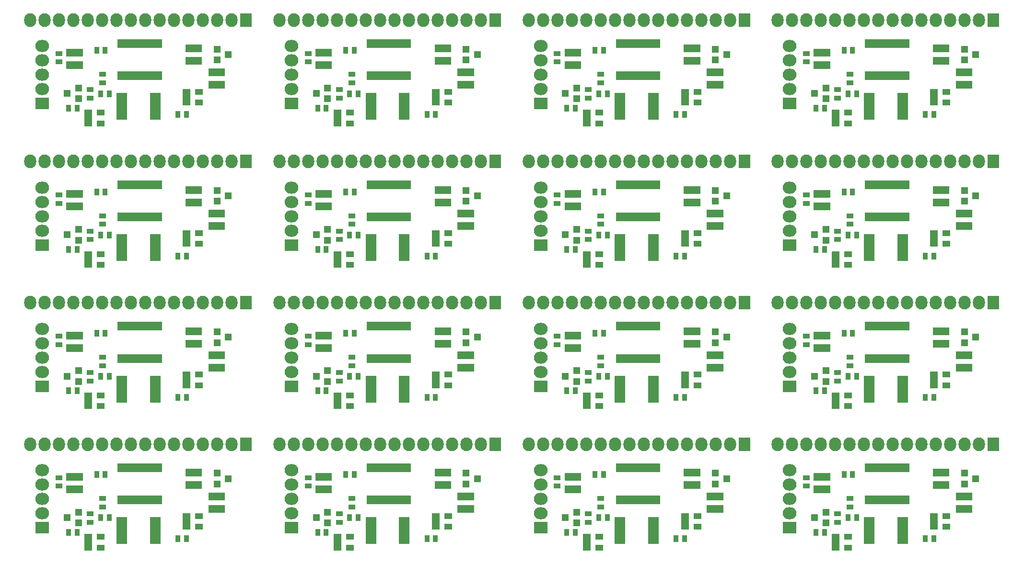
<source format=gbr>
G04 #@! TF.FileFunction,Soldermask,Top*
%FSLAX46Y46*%
G04 Gerber Fmt 4.6, Leading zero omitted, Abs format (unit mm)*
G04 Created by KiCad (PCBNEW (2015-11-29 BZR 6336, Git 7b0d981)-product) date czw, 10 gru 2015, 08:29:52*
%MOMM*%
G01*
G04 APERTURE LIST*
%ADD10C,0.100000*%
%ADD11R,2.127200X2.432000*%
%ADD12O,2.127200X2.432000*%
%ADD13R,1.200100X1.200100*%
%ADD14R,1.460000X1.050000*%
%ADD15R,1.050000X1.460000*%
%ADD16R,0.900000X1.300000*%
%ADD17R,0.800000X1.500000*%
%ADD18R,1.300000X0.900000*%
%ADD19R,1.850000X0.850000*%
%ADD20R,2.432000X2.127200*%
%ADD21O,2.432000X2.127200*%
G04 APERTURE END LIST*
D10*
D11*
X209507274Y-115324762D03*
D12*
X206967274Y-115324762D03*
X204427274Y-115324762D03*
X201887274Y-115324762D03*
X199347274Y-115324762D03*
X196807274Y-115324762D03*
X194267274Y-115324762D03*
X191727274Y-115324762D03*
X189187274Y-115324762D03*
X186647274Y-115324762D03*
X184107274Y-115324762D03*
X181567274Y-115324762D03*
X179027274Y-115324762D03*
X176487274Y-115324762D03*
X173947274Y-115324762D03*
X171407274Y-115324762D03*
D11*
X165507274Y-115324762D03*
D12*
X162967274Y-115324762D03*
X160427274Y-115324762D03*
X157887274Y-115324762D03*
X155347274Y-115324762D03*
X152807274Y-115324762D03*
X150267274Y-115324762D03*
X147727274Y-115324762D03*
X145187274Y-115324762D03*
X142647274Y-115324762D03*
X140107274Y-115324762D03*
X137567274Y-115324762D03*
X135027274Y-115324762D03*
X132487274Y-115324762D03*
X129947274Y-115324762D03*
X127407274Y-115324762D03*
D11*
X121507274Y-115324762D03*
D12*
X118967274Y-115324762D03*
X116427274Y-115324762D03*
X113887274Y-115324762D03*
X111347274Y-115324762D03*
X108807274Y-115324762D03*
X106267274Y-115324762D03*
X103727274Y-115324762D03*
X101187274Y-115324762D03*
X98647274Y-115324762D03*
X96107274Y-115324762D03*
X93567274Y-115324762D03*
X91027274Y-115324762D03*
X88487274Y-115324762D03*
X85947274Y-115324762D03*
X83407274Y-115324762D03*
D11*
X77507274Y-115324762D03*
D12*
X74967274Y-115324762D03*
X72427274Y-115324762D03*
X69887274Y-115324762D03*
X67347274Y-115324762D03*
X64807274Y-115324762D03*
X62267274Y-115324762D03*
X59727274Y-115324762D03*
X57187274Y-115324762D03*
X54647274Y-115324762D03*
X52107274Y-115324762D03*
X49567274Y-115324762D03*
X47027274Y-115324762D03*
X44487274Y-115324762D03*
X41947274Y-115324762D03*
X39407274Y-115324762D03*
D11*
X209507274Y-90324762D03*
D12*
X206967274Y-90324762D03*
X204427274Y-90324762D03*
X201887274Y-90324762D03*
X199347274Y-90324762D03*
X196807274Y-90324762D03*
X194267274Y-90324762D03*
X191727274Y-90324762D03*
X189187274Y-90324762D03*
X186647274Y-90324762D03*
X184107274Y-90324762D03*
X181567274Y-90324762D03*
X179027274Y-90324762D03*
X176487274Y-90324762D03*
X173947274Y-90324762D03*
X171407274Y-90324762D03*
D11*
X165507274Y-90324762D03*
D12*
X162967274Y-90324762D03*
X160427274Y-90324762D03*
X157887274Y-90324762D03*
X155347274Y-90324762D03*
X152807274Y-90324762D03*
X150267274Y-90324762D03*
X147727274Y-90324762D03*
X145187274Y-90324762D03*
X142647274Y-90324762D03*
X140107274Y-90324762D03*
X137567274Y-90324762D03*
X135027274Y-90324762D03*
X132487274Y-90324762D03*
X129947274Y-90324762D03*
X127407274Y-90324762D03*
D11*
X121507274Y-90324762D03*
D12*
X118967274Y-90324762D03*
X116427274Y-90324762D03*
X113887274Y-90324762D03*
X111347274Y-90324762D03*
X108807274Y-90324762D03*
X106267274Y-90324762D03*
X103727274Y-90324762D03*
X101187274Y-90324762D03*
X98647274Y-90324762D03*
X96107274Y-90324762D03*
X93567274Y-90324762D03*
X91027274Y-90324762D03*
X88487274Y-90324762D03*
X85947274Y-90324762D03*
X83407274Y-90324762D03*
D11*
X77507274Y-90324762D03*
D12*
X74967274Y-90324762D03*
X72427274Y-90324762D03*
X69887274Y-90324762D03*
X67347274Y-90324762D03*
X64807274Y-90324762D03*
X62267274Y-90324762D03*
X59727274Y-90324762D03*
X57187274Y-90324762D03*
X54647274Y-90324762D03*
X52107274Y-90324762D03*
X49567274Y-90324762D03*
X47027274Y-90324762D03*
X44487274Y-90324762D03*
X41947274Y-90324762D03*
X39407274Y-90324762D03*
D11*
X209507274Y-65324762D03*
D12*
X206967274Y-65324762D03*
X204427274Y-65324762D03*
X201887274Y-65324762D03*
X199347274Y-65324762D03*
X196807274Y-65324762D03*
X194267274Y-65324762D03*
X191727274Y-65324762D03*
X189187274Y-65324762D03*
X186647274Y-65324762D03*
X184107274Y-65324762D03*
X181567274Y-65324762D03*
X179027274Y-65324762D03*
X176487274Y-65324762D03*
X173947274Y-65324762D03*
X171407274Y-65324762D03*
D11*
X165507274Y-65324762D03*
D12*
X162967274Y-65324762D03*
X160427274Y-65324762D03*
X157887274Y-65324762D03*
X155347274Y-65324762D03*
X152807274Y-65324762D03*
X150267274Y-65324762D03*
X147727274Y-65324762D03*
X145187274Y-65324762D03*
X142647274Y-65324762D03*
X140107274Y-65324762D03*
X137567274Y-65324762D03*
X135027274Y-65324762D03*
X132487274Y-65324762D03*
X129947274Y-65324762D03*
X127407274Y-65324762D03*
D11*
X121507274Y-65324762D03*
D12*
X118967274Y-65324762D03*
X116427274Y-65324762D03*
X113887274Y-65324762D03*
X111347274Y-65324762D03*
X108807274Y-65324762D03*
X106267274Y-65324762D03*
X103727274Y-65324762D03*
X101187274Y-65324762D03*
X98647274Y-65324762D03*
X96107274Y-65324762D03*
X93567274Y-65324762D03*
X91027274Y-65324762D03*
X88487274Y-65324762D03*
X85947274Y-65324762D03*
X83407274Y-65324762D03*
D11*
X77507274Y-65324762D03*
D12*
X74967274Y-65324762D03*
X72427274Y-65324762D03*
X69887274Y-65324762D03*
X67347274Y-65324762D03*
X64807274Y-65324762D03*
X62267274Y-65324762D03*
X59727274Y-65324762D03*
X57187274Y-65324762D03*
X54647274Y-65324762D03*
X52107274Y-65324762D03*
X49567274Y-65324762D03*
X47027274Y-65324762D03*
X44487274Y-65324762D03*
X41947274Y-65324762D03*
X39407274Y-65324762D03*
D11*
X209507274Y-40324762D03*
D12*
X206967274Y-40324762D03*
X204427274Y-40324762D03*
X201887274Y-40324762D03*
X199347274Y-40324762D03*
X196807274Y-40324762D03*
X194267274Y-40324762D03*
X191727274Y-40324762D03*
X189187274Y-40324762D03*
X186647274Y-40324762D03*
X184107274Y-40324762D03*
X181567274Y-40324762D03*
X179027274Y-40324762D03*
X176487274Y-40324762D03*
X173947274Y-40324762D03*
X171407274Y-40324762D03*
D11*
X165507274Y-40324762D03*
D12*
X162967274Y-40324762D03*
X160427274Y-40324762D03*
X157887274Y-40324762D03*
X155347274Y-40324762D03*
X152807274Y-40324762D03*
X150267274Y-40324762D03*
X147727274Y-40324762D03*
X145187274Y-40324762D03*
X142647274Y-40324762D03*
X140107274Y-40324762D03*
X137567274Y-40324762D03*
X135027274Y-40324762D03*
X132487274Y-40324762D03*
X129947274Y-40324762D03*
X127407274Y-40324762D03*
D11*
X121507274Y-40324762D03*
D12*
X118967274Y-40324762D03*
X116427274Y-40324762D03*
X113887274Y-40324762D03*
X111347274Y-40324762D03*
X108807274Y-40324762D03*
X106267274Y-40324762D03*
X103727274Y-40324762D03*
X101187274Y-40324762D03*
X98647274Y-40324762D03*
X96107274Y-40324762D03*
X93567274Y-40324762D03*
X91027274Y-40324762D03*
X88487274Y-40324762D03*
X85947274Y-40324762D03*
X83407274Y-40324762D03*
D13*
X204356514Y-120474762D03*
X204356514Y-122374762D03*
X206355494Y-121424762D03*
X160356514Y-120474762D03*
X160356514Y-122374762D03*
X162355494Y-121424762D03*
X116356514Y-120474762D03*
X116356514Y-122374762D03*
X118355494Y-121424762D03*
X72356514Y-120474762D03*
X72356514Y-122374762D03*
X74355494Y-121424762D03*
X204356514Y-95474762D03*
X204356514Y-97374762D03*
X206355494Y-96424762D03*
X160356514Y-95474762D03*
X160356514Y-97374762D03*
X162355494Y-96424762D03*
X116356514Y-95474762D03*
X116356514Y-97374762D03*
X118355494Y-96424762D03*
X72356514Y-95474762D03*
X72356514Y-97374762D03*
X74355494Y-96424762D03*
X204356514Y-70474762D03*
X204356514Y-72374762D03*
X206355494Y-71424762D03*
X160356514Y-70474762D03*
X160356514Y-72374762D03*
X162355494Y-71424762D03*
X116356514Y-70474762D03*
X116356514Y-72374762D03*
X118355494Y-71424762D03*
X72356514Y-70474762D03*
X72356514Y-72374762D03*
X74355494Y-71424762D03*
X204356514Y-45474762D03*
X204356514Y-47374762D03*
X206355494Y-46424762D03*
X160356514Y-45474762D03*
X160356514Y-47374762D03*
X162355494Y-46424762D03*
X116356514Y-45474762D03*
X116356514Y-47374762D03*
X118355494Y-46424762D03*
D14*
X199007274Y-128024762D03*
X199007274Y-128974762D03*
X199007274Y-129924762D03*
X201207274Y-129924762D03*
X201207274Y-128024762D03*
X155007274Y-128024762D03*
X155007274Y-128974762D03*
X155007274Y-129924762D03*
X157207274Y-129924762D03*
X157207274Y-128024762D03*
X111007274Y-128024762D03*
X111007274Y-128974762D03*
X111007274Y-129924762D03*
X113207274Y-129924762D03*
X113207274Y-128024762D03*
X67007274Y-128024762D03*
X67007274Y-128974762D03*
X67007274Y-129924762D03*
X69207274Y-129924762D03*
X69207274Y-128024762D03*
X199007274Y-103024762D03*
X199007274Y-103974762D03*
X199007274Y-104924762D03*
X201207274Y-104924762D03*
X201207274Y-103024762D03*
X155007274Y-103024762D03*
X155007274Y-103974762D03*
X155007274Y-104924762D03*
X157207274Y-104924762D03*
X157207274Y-103024762D03*
X111007274Y-103024762D03*
X111007274Y-103974762D03*
X111007274Y-104924762D03*
X113207274Y-104924762D03*
X113207274Y-103024762D03*
X67007274Y-103024762D03*
X67007274Y-103974762D03*
X67007274Y-104924762D03*
X69207274Y-104924762D03*
X69207274Y-103024762D03*
X199007274Y-78024762D03*
X199007274Y-78974762D03*
X199007274Y-79924762D03*
X201207274Y-79924762D03*
X201207274Y-78024762D03*
X155007274Y-78024762D03*
X155007274Y-78974762D03*
X155007274Y-79924762D03*
X157207274Y-79924762D03*
X157207274Y-78024762D03*
X111007274Y-78024762D03*
X111007274Y-78974762D03*
X111007274Y-79924762D03*
X113207274Y-79924762D03*
X113207274Y-78024762D03*
X67007274Y-78024762D03*
X67007274Y-78974762D03*
X67007274Y-79924762D03*
X69207274Y-79924762D03*
X69207274Y-78024762D03*
X199007274Y-53024762D03*
X199007274Y-53974762D03*
X199007274Y-54924762D03*
X201207274Y-54924762D03*
X201207274Y-53024762D03*
X155007274Y-53024762D03*
X155007274Y-53974762D03*
X155007274Y-54924762D03*
X157207274Y-54924762D03*
X157207274Y-53024762D03*
X111007274Y-53024762D03*
X111007274Y-53974762D03*
X111007274Y-54924762D03*
X113207274Y-54924762D03*
X113207274Y-53024762D03*
D15*
X199307274Y-122574762D03*
X200257274Y-122574762D03*
X201207274Y-122574762D03*
X201207274Y-120374762D03*
X199307274Y-120374762D03*
X200257274Y-120374762D03*
X155307274Y-122574762D03*
X156257274Y-122574762D03*
X157207274Y-122574762D03*
X157207274Y-120374762D03*
X155307274Y-120374762D03*
X156257274Y-120374762D03*
X111307274Y-122574762D03*
X112257274Y-122574762D03*
X113207274Y-122574762D03*
X113207274Y-120374762D03*
X111307274Y-120374762D03*
X112257274Y-120374762D03*
X67307274Y-122574762D03*
X68257274Y-122574762D03*
X69207274Y-122574762D03*
X69207274Y-120374762D03*
X67307274Y-120374762D03*
X68257274Y-120374762D03*
X199307274Y-97574762D03*
X200257274Y-97574762D03*
X201207274Y-97574762D03*
X201207274Y-95374762D03*
X199307274Y-95374762D03*
X200257274Y-95374762D03*
X155307274Y-97574762D03*
X156257274Y-97574762D03*
X157207274Y-97574762D03*
X157207274Y-95374762D03*
X155307274Y-95374762D03*
X156257274Y-95374762D03*
X111307274Y-97574762D03*
X112257274Y-97574762D03*
X113207274Y-97574762D03*
X113207274Y-95374762D03*
X111307274Y-95374762D03*
X112257274Y-95374762D03*
X67307274Y-97574762D03*
X68257274Y-97574762D03*
X69207274Y-97574762D03*
X69207274Y-95374762D03*
X67307274Y-95374762D03*
X68257274Y-95374762D03*
X199307274Y-72574762D03*
X200257274Y-72574762D03*
X201207274Y-72574762D03*
X201207274Y-70374762D03*
X199307274Y-70374762D03*
X200257274Y-70374762D03*
X155307274Y-72574762D03*
X156257274Y-72574762D03*
X157207274Y-72574762D03*
X157207274Y-70374762D03*
X155307274Y-70374762D03*
X156257274Y-70374762D03*
X111307274Y-72574762D03*
X112257274Y-72574762D03*
X113207274Y-72574762D03*
X113207274Y-70374762D03*
X111307274Y-70374762D03*
X112257274Y-70374762D03*
X67307274Y-72574762D03*
X68257274Y-72574762D03*
X69207274Y-72574762D03*
X69207274Y-70374762D03*
X67307274Y-70374762D03*
X68257274Y-70374762D03*
X199307274Y-47574762D03*
X200257274Y-47574762D03*
X201207274Y-47574762D03*
X201207274Y-45374762D03*
X199307274Y-45374762D03*
X200257274Y-45374762D03*
X155307274Y-47574762D03*
X156257274Y-47574762D03*
X157207274Y-47574762D03*
X157207274Y-45374762D03*
X155307274Y-45374762D03*
X156257274Y-45374762D03*
X111307274Y-47574762D03*
X112257274Y-47574762D03*
X113207274Y-47574762D03*
X113207274Y-45374762D03*
X111307274Y-45374762D03*
X112257274Y-45374762D03*
X205257274Y-124574762D03*
X204307274Y-124574762D03*
X203357274Y-124574762D03*
X203357274Y-126774762D03*
X205257274Y-126774762D03*
X204307274Y-126774762D03*
X161257274Y-124574762D03*
X160307274Y-124574762D03*
X159357274Y-124574762D03*
X159357274Y-126774762D03*
X161257274Y-126774762D03*
X160307274Y-126774762D03*
X117257274Y-124574762D03*
X116307274Y-124574762D03*
X115357274Y-124574762D03*
X115357274Y-126774762D03*
X117257274Y-126774762D03*
X116307274Y-126774762D03*
X73257274Y-124574762D03*
X72307274Y-124574762D03*
X71357274Y-124574762D03*
X71357274Y-126774762D03*
X73257274Y-126774762D03*
X72307274Y-126774762D03*
X205257274Y-99574762D03*
X204307274Y-99574762D03*
X203357274Y-99574762D03*
X203357274Y-101774762D03*
X205257274Y-101774762D03*
X204307274Y-101774762D03*
X161257274Y-99574762D03*
X160307274Y-99574762D03*
X159357274Y-99574762D03*
X159357274Y-101774762D03*
X161257274Y-101774762D03*
X160307274Y-101774762D03*
X117257274Y-99574762D03*
X116307274Y-99574762D03*
X115357274Y-99574762D03*
X115357274Y-101774762D03*
X117257274Y-101774762D03*
X116307274Y-101774762D03*
X73257274Y-99574762D03*
X72307274Y-99574762D03*
X71357274Y-99574762D03*
X71357274Y-101774762D03*
X73257274Y-101774762D03*
X72307274Y-101774762D03*
X205257274Y-74574762D03*
X204307274Y-74574762D03*
X203357274Y-74574762D03*
X203357274Y-76774762D03*
X205257274Y-76774762D03*
X204307274Y-76774762D03*
X161257274Y-74574762D03*
X160307274Y-74574762D03*
X159357274Y-74574762D03*
X159357274Y-76774762D03*
X161257274Y-76774762D03*
X160307274Y-76774762D03*
X117257274Y-74574762D03*
X116307274Y-74574762D03*
X115357274Y-74574762D03*
X115357274Y-76774762D03*
X117257274Y-76774762D03*
X116307274Y-76774762D03*
X73257274Y-74574762D03*
X72307274Y-74574762D03*
X71357274Y-74574762D03*
X71357274Y-76774762D03*
X73257274Y-76774762D03*
X72307274Y-76774762D03*
X205257274Y-49574762D03*
X204307274Y-49574762D03*
X203357274Y-49574762D03*
X203357274Y-51774762D03*
X205257274Y-51774762D03*
X204307274Y-51774762D03*
X161257274Y-49574762D03*
X160307274Y-49574762D03*
X159357274Y-49574762D03*
X159357274Y-51774762D03*
X161257274Y-51774762D03*
X160307274Y-51774762D03*
X117257274Y-49574762D03*
X116307274Y-49574762D03*
X115357274Y-49574762D03*
X115357274Y-51774762D03*
X117257274Y-51774762D03*
X116307274Y-51774762D03*
D16*
X197449200Y-132049200D03*
X198949200Y-132049200D03*
X153449200Y-132049200D03*
X154949200Y-132049200D03*
X109449200Y-132049200D03*
X110949200Y-132049200D03*
X65449200Y-132049200D03*
X66949200Y-132049200D03*
X197449200Y-107049200D03*
X198949200Y-107049200D03*
X153449200Y-107049200D03*
X154949200Y-107049200D03*
X109449200Y-107049200D03*
X110949200Y-107049200D03*
X65449200Y-107049200D03*
X66949200Y-107049200D03*
X197449200Y-82049200D03*
X198949200Y-82049200D03*
X153449200Y-82049200D03*
X154949200Y-82049200D03*
X109449200Y-82049200D03*
X110949200Y-82049200D03*
X65449200Y-82049200D03*
X66949200Y-82049200D03*
X197449200Y-57049200D03*
X198949200Y-57049200D03*
X153449200Y-57049200D03*
X154949200Y-57049200D03*
X109449200Y-57049200D03*
X110949200Y-57049200D03*
D14*
X181649200Y-131724200D03*
X181649200Y-132674200D03*
X181649200Y-133624200D03*
X183849200Y-133624200D03*
X183849200Y-131724200D03*
X137649200Y-131724200D03*
X137649200Y-132674200D03*
X137649200Y-133624200D03*
X139849200Y-133624200D03*
X139849200Y-131724200D03*
X93649200Y-131724200D03*
X93649200Y-132674200D03*
X93649200Y-133624200D03*
X95849200Y-133624200D03*
X95849200Y-131724200D03*
X49649200Y-131724200D03*
X49649200Y-132674200D03*
X49649200Y-133624200D03*
X51849200Y-133624200D03*
X51849200Y-131724200D03*
X181649200Y-106724200D03*
X181649200Y-107674200D03*
X181649200Y-108624200D03*
X183849200Y-108624200D03*
X183849200Y-106724200D03*
X137649200Y-106724200D03*
X137649200Y-107674200D03*
X137649200Y-108624200D03*
X139849200Y-108624200D03*
X139849200Y-106724200D03*
X93649200Y-106724200D03*
X93649200Y-107674200D03*
X93649200Y-108624200D03*
X95849200Y-108624200D03*
X95849200Y-106724200D03*
X49649200Y-106724200D03*
X49649200Y-107674200D03*
X49649200Y-108624200D03*
X51849200Y-108624200D03*
X51849200Y-106724200D03*
X181649200Y-81724200D03*
X181649200Y-82674200D03*
X181649200Y-83624200D03*
X183849200Y-83624200D03*
X183849200Y-81724200D03*
X137649200Y-81724200D03*
X137649200Y-82674200D03*
X137649200Y-83624200D03*
X139849200Y-83624200D03*
X139849200Y-81724200D03*
X93649200Y-81724200D03*
X93649200Y-82674200D03*
X93649200Y-83624200D03*
X95849200Y-83624200D03*
X95849200Y-81724200D03*
X49649200Y-81724200D03*
X49649200Y-82674200D03*
X49649200Y-83624200D03*
X51849200Y-83624200D03*
X51849200Y-81724200D03*
X181649200Y-56724200D03*
X181649200Y-57674200D03*
X181649200Y-58624200D03*
X183849200Y-58624200D03*
X183849200Y-56724200D03*
X137649200Y-56724200D03*
X137649200Y-57674200D03*
X137649200Y-58624200D03*
X139849200Y-58624200D03*
X139849200Y-56724200D03*
X93649200Y-56724200D03*
X93649200Y-57674200D03*
X93649200Y-58624200D03*
X95849200Y-58624200D03*
X95849200Y-56724200D03*
D17*
X187132274Y-125174762D03*
X187782274Y-125174762D03*
X188432274Y-125174762D03*
X189082274Y-125174762D03*
X189732274Y-125174762D03*
X190382274Y-125174762D03*
X191032274Y-125174762D03*
X191682274Y-125174762D03*
X192332274Y-125174762D03*
X192982274Y-125174762D03*
X193632274Y-125174762D03*
X194282274Y-125174762D03*
X194282274Y-119474762D03*
X193632274Y-119474762D03*
X192982274Y-119474762D03*
X192332274Y-119474762D03*
X191682274Y-119474762D03*
X191032274Y-119474762D03*
X190382274Y-119474762D03*
X189732274Y-119474762D03*
X189082274Y-119474762D03*
X188432274Y-119474762D03*
X187782274Y-119474762D03*
X187132274Y-119474762D03*
X143132274Y-125174762D03*
X143782274Y-125174762D03*
X144432274Y-125174762D03*
X145082274Y-125174762D03*
X145732274Y-125174762D03*
X146382274Y-125174762D03*
X147032274Y-125174762D03*
X147682274Y-125174762D03*
X148332274Y-125174762D03*
X148982274Y-125174762D03*
X149632274Y-125174762D03*
X150282274Y-125174762D03*
X150282274Y-119474762D03*
X149632274Y-119474762D03*
X148982274Y-119474762D03*
X148332274Y-119474762D03*
X147682274Y-119474762D03*
X147032274Y-119474762D03*
X146382274Y-119474762D03*
X145732274Y-119474762D03*
X145082274Y-119474762D03*
X144432274Y-119474762D03*
X143782274Y-119474762D03*
X143132274Y-119474762D03*
X99132274Y-125174762D03*
X99782274Y-125174762D03*
X100432274Y-125174762D03*
X101082274Y-125174762D03*
X101732274Y-125174762D03*
X102382274Y-125174762D03*
X103032274Y-125174762D03*
X103682274Y-125174762D03*
X104332274Y-125174762D03*
X104982274Y-125174762D03*
X105632274Y-125174762D03*
X106282274Y-125174762D03*
X106282274Y-119474762D03*
X105632274Y-119474762D03*
X104982274Y-119474762D03*
X104332274Y-119474762D03*
X103682274Y-119474762D03*
X103032274Y-119474762D03*
X102382274Y-119474762D03*
X101732274Y-119474762D03*
X101082274Y-119474762D03*
X100432274Y-119474762D03*
X99782274Y-119474762D03*
X99132274Y-119474762D03*
X55132274Y-125174762D03*
X55782274Y-125174762D03*
X56432274Y-125174762D03*
X57082274Y-125174762D03*
X57732274Y-125174762D03*
X58382274Y-125174762D03*
X59032274Y-125174762D03*
X59682274Y-125174762D03*
X60332274Y-125174762D03*
X60982274Y-125174762D03*
X61632274Y-125174762D03*
X62282274Y-125174762D03*
X62282274Y-119474762D03*
X61632274Y-119474762D03*
X60982274Y-119474762D03*
X60332274Y-119474762D03*
X59682274Y-119474762D03*
X59032274Y-119474762D03*
X58382274Y-119474762D03*
X57732274Y-119474762D03*
X57082274Y-119474762D03*
X56432274Y-119474762D03*
X55782274Y-119474762D03*
X55132274Y-119474762D03*
X187132274Y-100174762D03*
X187782274Y-100174762D03*
X188432274Y-100174762D03*
X189082274Y-100174762D03*
X189732274Y-100174762D03*
X190382274Y-100174762D03*
X191032274Y-100174762D03*
X191682274Y-100174762D03*
X192332274Y-100174762D03*
X192982274Y-100174762D03*
X193632274Y-100174762D03*
X194282274Y-100174762D03*
X194282274Y-94474762D03*
X193632274Y-94474762D03*
X192982274Y-94474762D03*
X192332274Y-94474762D03*
X191682274Y-94474762D03*
X191032274Y-94474762D03*
X190382274Y-94474762D03*
X189732274Y-94474762D03*
X189082274Y-94474762D03*
X188432274Y-94474762D03*
X187782274Y-94474762D03*
X187132274Y-94474762D03*
X143132274Y-100174762D03*
X143782274Y-100174762D03*
X144432274Y-100174762D03*
X145082274Y-100174762D03*
X145732274Y-100174762D03*
X146382274Y-100174762D03*
X147032274Y-100174762D03*
X147682274Y-100174762D03*
X148332274Y-100174762D03*
X148982274Y-100174762D03*
X149632274Y-100174762D03*
X150282274Y-100174762D03*
X150282274Y-94474762D03*
X149632274Y-94474762D03*
X148982274Y-94474762D03*
X148332274Y-94474762D03*
X147682274Y-94474762D03*
X147032274Y-94474762D03*
X146382274Y-94474762D03*
X145732274Y-94474762D03*
X145082274Y-94474762D03*
X144432274Y-94474762D03*
X143782274Y-94474762D03*
X143132274Y-94474762D03*
X99132274Y-100174762D03*
X99782274Y-100174762D03*
X100432274Y-100174762D03*
X101082274Y-100174762D03*
X101732274Y-100174762D03*
X102382274Y-100174762D03*
X103032274Y-100174762D03*
X103682274Y-100174762D03*
X104332274Y-100174762D03*
X104982274Y-100174762D03*
X105632274Y-100174762D03*
X106282274Y-100174762D03*
X106282274Y-94474762D03*
X105632274Y-94474762D03*
X104982274Y-94474762D03*
X104332274Y-94474762D03*
X103682274Y-94474762D03*
X103032274Y-94474762D03*
X102382274Y-94474762D03*
X101732274Y-94474762D03*
X101082274Y-94474762D03*
X100432274Y-94474762D03*
X99782274Y-94474762D03*
X99132274Y-94474762D03*
X55132274Y-100174762D03*
X55782274Y-100174762D03*
X56432274Y-100174762D03*
X57082274Y-100174762D03*
X57732274Y-100174762D03*
X58382274Y-100174762D03*
X59032274Y-100174762D03*
X59682274Y-100174762D03*
X60332274Y-100174762D03*
X60982274Y-100174762D03*
X61632274Y-100174762D03*
X62282274Y-100174762D03*
X62282274Y-94474762D03*
X61632274Y-94474762D03*
X60982274Y-94474762D03*
X60332274Y-94474762D03*
X59682274Y-94474762D03*
X59032274Y-94474762D03*
X58382274Y-94474762D03*
X57732274Y-94474762D03*
X57082274Y-94474762D03*
X56432274Y-94474762D03*
X55782274Y-94474762D03*
X55132274Y-94474762D03*
X187132274Y-75174762D03*
X187782274Y-75174762D03*
X188432274Y-75174762D03*
X189082274Y-75174762D03*
X189732274Y-75174762D03*
X190382274Y-75174762D03*
X191032274Y-75174762D03*
X191682274Y-75174762D03*
X192332274Y-75174762D03*
X192982274Y-75174762D03*
X193632274Y-75174762D03*
X194282274Y-75174762D03*
X194282274Y-69474762D03*
X193632274Y-69474762D03*
X192982274Y-69474762D03*
X192332274Y-69474762D03*
X191682274Y-69474762D03*
X191032274Y-69474762D03*
X190382274Y-69474762D03*
X189732274Y-69474762D03*
X189082274Y-69474762D03*
X188432274Y-69474762D03*
X187782274Y-69474762D03*
X187132274Y-69474762D03*
X143132274Y-75174762D03*
X143782274Y-75174762D03*
X144432274Y-75174762D03*
X145082274Y-75174762D03*
X145732274Y-75174762D03*
X146382274Y-75174762D03*
X147032274Y-75174762D03*
X147682274Y-75174762D03*
X148332274Y-75174762D03*
X148982274Y-75174762D03*
X149632274Y-75174762D03*
X150282274Y-75174762D03*
X150282274Y-69474762D03*
X149632274Y-69474762D03*
X148982274Y-69474762D03*
X148332274Y-69474762D03*
X147682274Y-69474762D03*
X147032274Y-69474762D03*
X146382274Y-69474762D03*
X145732274Y-69474762D03*
X145082274Y-69474762D03*
X144432274Y-69474762D03*
X143782274Y-69474762D03*
X143132274Y-69474762D03*
X99132274Y-75174762D03*
X99782274Y-75174762D03*
X100432274Y-75174762D03*
X101082274Y-75174762D03*
X101732274Y-75174762D03*
X102382274Y-75174762D03*
X103032274Y-75174762D03*
X103682274Y-75174762D03*
X104332274Y-75174762D03*
X104982274Y-75174762D03*
X105632274Y-75174762D03*
X106282274Y-75174762D03*
X106282274Y-69474762D03*
X105632274Y-69474762D03*
X104982274Y-69474762D03*
X104332274Y-69474762D03*
X103682274Y-69474762D03*
X103032274Y-69474762D03*
X102382274Y-69474762D03*
X101732274Y-69474762D03*
X101082274Y-69474762D03*
X100432274Y-69474762D03*
X99782274Y-69474762D03*
X99132274Y-69474762D03*
X55132274Y-75174762D03*
X55782274Y-75174762D03*
X56432274Y-75174762D03*
X57082274Y-75174762D03*
X57732274Y-75174762D03*
X58382274Y-75174762D03*
X59032274Y-75174762D03*
X59682274Y-75174762D03*
X60332274Y-75174762D03*
X60982274Y-75174762D03*
X61632274Y-75174762D03*
X62282274Y-75174762D03*
X62282274Y-69474762D03*
X61632274Y-69474762D03*
X60982274Y-69474762D03*
X60332274Y-69474762D03*
X59682274Y-69474762D03*
X59032274Y-69474762D03*
X58382274Y-69474762D03*
X57732274Y-69474762D03*
X57082274Y-69474762D03*
X56432274Y-69474762D03*
X55782274Y-69474762D03*
X55132274Y-69474762D03*
X187132274Y-50174762D03*
X187782274Y-50174762D03*
X188432274Y-50174762D03*
X189082274Y-50174762D03*
X189732274Y-50174762D03*
X190382274Y-50174762D03*
X191032274Y-50174762D03*
X191682274Y-50174762D03*
X192332274Y-50174762D03*
X192982274Y-50174762D03*
X193632274Y-50174762D03*
X194282274Y-50174762D03*
X194282274Y-44474762D03*
X193632274Y-44474762D03*
X192982274Y-44474762D03*
X192332274Y-44474762D03*
X191682274Y-44474762D03*
X191032274Y-44474762D03*
X190382274Y-44474762D03*
X189732274Y-44474762D03*
X189082274Y-44474762D03*
X188432274Y-44474762D03*
X187782274Y-44474762D03*
X187132274Y-44474762D03*
X143132274Y-50174762D03*
X143782274Y-50174762D03*
X144432274Y-50174762D03*
X145082274Y-50174762D03*
X145732274Y-50174762D03*
X146382274Y-50174762D03*
X147032274Y-50174762D03*
X147682274Y-50174762D03*
X148332274Y-50174762D03*
X148982274Y-50174762D03*
X149632274Y-50174762D03*
X150282274Y-50174762D03*
X150282274Y-44474762D03*
X149632274Y-44474762D03*
X148982274Y-44474762D03*
X148332274Y-44474762D03*
X147682274Y-44474762D03*
X147032274Y-44474762D03*
X146382274Y-44474762D03*
X145732274Y-44474762D03*
X145082274Y-44474762D03*
X144432274Y-44474762D03*
X143782274Y-44474762D03*
X143132274Y-44474762D03*
X99132274Y-50174762D03*
X99782274Y-50174762D03*
X100432274Y-50174762D03*
X101082274Y-50174762D03*
X101732274Y-50174762D03*
X102382274Y-50174762D03*
X103032274Y-50174762D03*
X103682274Y-50174762D03*
X104332274Y-50174762D03*
X104982274Y-50174762D03*
X105632274Y-50174762D03*
X106282274Y-50174762D03*
X106282274Y-44474762D03*
X105632274Y-44474762D03*
X104982274Y-44474762D03*
X104332274Y-44474762D03*
X103682274Y-44474762D03*
X103032274Y-44474762D03*
X102382274Y-44474762D03*
X101732274Y-44474762D03*
X101082274Y-44474762D03*
X100432274Y-44474762D03*
X99782274Y-44474762D03*
X99132274Y-44474762D03*
D18*
X184149200Y-126449200D03*
X184149200Y-124949200D03*
X140149200Y-126449200D03*
X140149200Y-124949200D03*
X96149200Y-126449200D03*
X96149200Y-124949200D03*
X52149200Y-126449200D03*
X52149200Y-124949200D03*
X184149200Y-101449200D03*
X184149200Y-99949200D03*
X140149200Y-101449200D03*
X140149200Y-99949200D03*
X96149200Y-101449200D03*
X96149200Y-99949200D03*
X52149200Y-101449200D03*
X52149200Y-99949200D03*
X184149200Y-76449200D03*
X184149200Y-74949200D03*
X140149200Y-76449200D03*
X140149200Y-74949200D03*
X96149200Y-76449200D03*
X96149200Y-74949200D03*
X52149200Y-76449200D03*
X52149200Y-74949200D03*
X184149200Y-51449200D03*
X184149200Y-49949200D03*
X140149200Y-51449200D03*
X140149200Y-49949200D03*
X96149200Y-51449200D03*
X96149200Y-49949200D03*
D16*
X183799200Y-128349200D03*
X185299200Y-128349200D03*
X139799200Y-128349200D03*
X141299200Y-128349200D03*
X95799200Y-128349200D03*
X97299200Y-128349200D03*
X51799200Y-128349200D03*
X53299200Y-128349200D03*
X183799200Y-103349200D03*
X185299200Y-103349200D03*
X139799200Y-103349200D03*
X141299200Y-103349200D03*
X95799200Y-103349200D03*
X97299200Y-103349200D03*
X51799200Y-103349200D03*
X53299200Y-103349200D03*
X183799200Y-78349200D03*
X185299200Y-78349200D03*
X139799200Y-78349200D03*
X141299200Y-78349200D03*
X95799200Y-78349200D03*
X97299200Y-78349200D03*
X51799200Y-78349200D03*
X53299200Y-78349200D03*
X183799200Y-53349200D03*
X185299200Y-53349200D03*
X139799200Y-53349200D03*
X141299200Y-53349200D03*
X95799200Y-53349200D03*
X97299200Y-53349200D03*
X184599200Y-120699200D03*
X183099200Y-120699200D03*
X140599200Y-120699200D03*
X139099200Y-120699200D03*
X96599200Y-120699200D03*
X95099200Y-120699200D03*
X52599200Y-120699200D03*
X51099200Y-120699200D03*
X184599200Y-95699200D03*
X183099200Y-95699200D03*
X140599200Y-95699200D03*
X139099200Y-95699200D03*
X96599200Y-95699200D03*
X95099200Y-95699200D03*
X52599200Y-95699200D03*
X51099200Y-95699200D03*
X184599200Y-70699200D03*
X183099200Y-70699200D03*
X140599200Y-70699200D03*
X139099200Y-70699200D03*
X96599200Y-70699200D03*
X95099200Y-70699200D03*
X52599200Y-70699200D03*
X51099200Y-70699200D03*
X184599200Y-45699200D03*
X183099200Y-45699200D03*
X140599200Y-45699200D03*
X139099200Y-45699200D03*
X96599200Y-45699200D03*
X95099200Y-45699200D03*
D19*
X193449200Y-132549200D03*
X193449200Y-131899200D03*
X193449200Y-131249200D03*
X193449200Y-130599200D03*
X193449200Y-129949200D03*
X193449200Y-129299200D03*
X193449200Y-128649200D03*
X187549200Y-128649200D03*
X187549200Y-129299200D03*
X187549200Y-129949200D03*
X187549200Y-130599200D03*
X187549200Y-131249200D03*
X187549200Y-131899200D03*
X187549200Y-132549200D03*
X149449200Y-132549200D03*
X149449200Y-131899200D03*
X149449200Y-131249200D03*
X149449200Y-130599200D03*
X149449200Y-129949200D03*
X149449200Y-129299200D03*
X149449200Y-128649200D03*
X143549200Y-128649200D03*
X143549200Y-129299200D03*
X143549200Y-129949200D03*
X143549200Y-130599200D03*
X143549200Y-131249200D03*
X143549200Y-131899200D03*
X143549200Y-132549200D03*
X105449200Y-132549200D03*
X105449200Y-131899200D03*
X105449200Y-131249200D03*
X105449200Y-130599200D03*
X105449200Y-129949200D03*
X105449200Y-129299200D03*
X105449200Y-128649200D03*
X99549200Y-128649200D03*
X99549200Y-129299200D03*
X99549200Y-129949200D03*
X99549200Y-130599200D03*
X99549200Y-131249200D03*
X99549200Y-131899200D03*
X99549200Y-132549200D03*
X61449200Y-132549200D03*
X61449200Y-131899200D03*
X61449200Y-131249200D03*
X61449200Y-130599200D03*
X61449200Y-129949200D03*
X61449200Y-129299200D03*
X61449200Y-128649200D03*
X55549200Y-128649200D03*
X55549200Y-129299200D03*
X55549200Y-129949200D03*
X55549200Y-130599200D03*
X55549200Y-131249200D03*
X55549200Y-131899200D03*
X55549200Y-132549200D03*
X193449200Y-107549200D03*
X193449200Y-106899200D03*
X193449200Y-106249200D03*
X193449200Y-105599200D03*
X193449200Y-104949200D03*
X193449200Y-104299200D03*
X193449200Y-103649200D03*
X187549200Y-103649200D03*
X187549200Y-104299200D03*
X187549200Y-104949200D03*
X187549200Y-105599200D03*
X187549200Y-106249200D03*
X187549200Y-106899200D03*
X187549200Y-107549200D03*
X149449200Y-107549200D03*
X149449200Y-106899200D03*
X149449200Y-106249200D03*
X149449200Y-105599200D03*
X149449200Y-104949200D03*
X149449200Y-104299200D03*
X149449200Y-103649200D03*
X143549200Y-103649200D03*
X143549200Y-104299200D03*
X143549200Y-104949200D03*
X143549200Y-105599200D03*
X143549200Y-106249200D03*
X143549200Y-106899200D03*
X143549200Y-107549200D03*
X105449200Y-107549200D03*
X105449200Y-106899200D03*
X105449200Y-106249200D03*
X105449200Y-105599200D03*
X105449200Y-104949200D03*
X105449200Y-104299200D03*
X105449200Y-103649200D03*
X99549200Y-103649200D03*
X99549200Y-104299200D03*
X99549200Y-104949200D03*
X99549200Y-105599200D03*
X99549200Y-106249200D03*
X99549200Y-106899200D03*
X99549200Y-107549200D03*
X61449200Y-107549200D03*
X61449200Y-106899200D03*
X61449200Y-106249200D03*
X61449200Y-105599200D03*
X61449200Y-104949200D03*
X61449200Y-104299200D03*
X61449200Y-103649200D03*
X55549200Y-103649200D03*
X55549200Y-104299200D03*
X55549200Y-104949200D03*
X55549200Y-105599200D03*
X55549200Y-106249200D03*
X55549200Y-106899200D03*
X55549200Y-107549200D03*
X193449200Y-82549200D03*
X193449200Y-81899200D03*
X193449200Y-81249200D03*
X193449200Y-80599200D03*
X193449200Y-79949200D03*
X193449200Y-79299200D03*
X193449200Y-78649200D03*
X187549200Y-78649200D03*
X187549200Y-79299200D03*
X187549200Y-79949200D03*
X187549200Y-80599200D03*
X187549200Y-81249200D03*
X187549200Y-81899200D03*
X187549200Y-82549200D03*
X149449200Y-82549200D03*
X149449200Y-81899200D03*
X149449200Y-81249200D03*
X149449200Y-80599200D03*
X149449200Y-79949200D03*
X149449200Y-79299200D03*
X149449200Y-78649200D03*
X143549200Y-78649200D03*
X143549200Y-79299200D03*
X143549200Y-79949200D03*
X143549200Y-80599200D03*
X143549200Y-81249200D03*
X143549200Y-81899200D03*
X143549200Y-82549200D03*
X105449200Y-82549200D03*
X105449200Y-81899200D03*
X105449200Y-81249200D03*
X105449200Y-80599200D03*
X105449200Y-79949200D03*
X105449200Y-79299200D03*
X105449200Y-78649200D03*
X99549200Y-78649200D03*
X99549200Y-79299200D03*
X99549200Y-79949200D03*
X99549200Y-80599200D03*
X99549200Y-81249200D03*
X99549200Y-81899200D03*
X99549200Y-82549200D03*
X61449200Y-82549200D03*
X61449200Y-81899200D03*
X61449200Y-81249200D03*
X61449200Y-80599200D03*
X61449200Y-79949200D03*
X61449200Y-79299200D03*
X61449200Y-78649200D03*
X55549200Y-78649200D03*
X55549200Y-79299200D03*
X55549200Y-79949200D03*
X55549200Y-80599200D03*
X55549200Y-81249200D03*
X55549200Y-81899200D03*
X55549200Y-82549200D03*
X193449200Y-57549200D03*
X193449200Y-56899200D03*
X193449200Y-56249200D03*
X193449200Y-55599200D03*
X193449200Y-54949200D03*
X193449200Y-54299200D03*
X193449200Y-53649200D03*
X187549200Y-53649200D03*
X187549200Y-54299200D03*
X187549200Y-54949200D03*
X187549200Y-55599200D03*
X187549200Y-56249200D03*
X187549200Y-56899200D03*
X187549200Y-57549200D03*
X149449200Y-57549200D03*
X149449200Y-56899200D03*
X149449200Y-56249200D03*
X149449200Y-55599200D03*
X149449200Y-54949200D03*
X149449200Y-54299200D03*
X149449200Y-53649200D03*
X143549200Y-53649200D03*
X143549200Y-54299200D03*
X143549200Y-54949200D03*
X143549200Y-55599200D03*
X143549200Y-56249200D03*
X143549200Y-56899200D03*
X143549200Y-57549200D03*
X105449200Y-57549200D03*
X105449200Y-56899200D03*
X105449200Y-56249200D03*
X105449200Y-55599200D03*
X105449200Y-54949200D03*
X105449200Y-54299200D03*
X105449200Y-53649200D03*
X99549200Y-53649200D03*
X99549200Y-54299200D03*
X99549200Y-54949200D03*
X99549200Y-55599200D03*
X99549200Y-56249200D03*
X99549200Y-56899200D03*
X99549200Y-57549200D03*
D18*
X181949200Y-129149200D03*
X181949200Y-127649200D03*
X137949200Y-129149200D03*
X137949200Y-127649200D03*
X93949200Y-129149200D03*
X93949200Y-127649200D03*
X49949200Y-129149200D03*
X49949200Y-127649200D03*
X181949200Y-104149200D03*
X181949200Y-102649200D03*
X137949200Y-104149200D03*
X137949200Y-102649200D03*
X93949200Y-104149200D03*
X93949200Y-102649200D03*
X49949200Y-104149200D03*
X49949200Y-102649200D03*
X181949200Y-79149200D03*
X181949200Y-77649200D03*
X137949200Y-79149200D03*
X137949200Y-77649200D03*
X93949200Y-79149200D03*
X93949200Y-77649200D03*
X49949200Y-79149200D03*
X49949200Y-77649200D03*
X181949200Y-54149200D03*
X181949200Y-52649200D03*
X137949200Y-54149200D03*
X137949200Y-52649200D03*
X93949200Y-54149200D03*
X93949200Y-52649200D03*
D20*
X173499200Y-130099200D03*
D21*
X173499200Y-127559200D03*
X173499200Y-125019200D03*
X173499200Y-122479200D03*
X173499200Y-119939200D03*
D20*
X129499200Y-130099200D03*
D21*
X129499200Y-127559200D03*
X129499200Y-125019200D03*
X129499200Y-122479200D03*
X129499200Y-119939200D03*
D20*
X85499200Y-130099200D03*
D21*
X85499200Y-127559200D03*
X85499200Y-125019200D03*
X85499200Y-122479200D03*
X85499200Y-119939200D03*
D20*
X41499200Y-130099200D03*
D21*
X41499200Y-127559200D03*
X41499200Y-125019200D03*
X41499200Y-122479200D03*
X41499200Y-119939200D03*
D20*
X173499200Y-105099200D03*
D21*
X173499200Y-102559200D03*
X173499200Y-100019200D03*
X173499200Y-97479200D03*
X173499200Y-94939200D03*
D20*
X129499200Y-105099200D03*
D21*
X129499200Y-102559200D03*
X129499200Y-100019200D03*
X129499200Y-97479200D03*
X129499200Y-94939200D03*
D20*
X85499200Y-105099200D03*
D21*
X85499200Y-102559200D03*
X85499200Y-100019200D03*
X85499200Y-97479200D03*
X85499200Y-94939200D03*
D20*
X41499200Y-105099200D03*
D21*
X41499200Y-102559200D03*
X41499200Y-100019200D03*
X41499200Y-97479200D03*
X41499200Y-94939200D03*
D20*
X173499200Y-80099200D03*
D21*
X173499200Y-77559200D03*
X173499200Y-75019200D03*
X173499200Y-72479200D03*
X173499200Y-69939200D03*
D20*
X129499200Y-80099200D03*
D21*
X129499200Y-77559200D03*
X129499200Y-75019200D03*
X129499200Y-72479200D03*
X129499200Y-69939200D03*
D20*
X85499200Y-80099200D03*
D21*
X85499200Y-77559200D03*
X85499200Y-75019200D03*
X85499200Y-72479200D03*
X85499200Y-69939200D03*
D20*
X41499200Y-80099200D03*
D21*
X41499200Y-77559200D03*
X41499200Y-75019200D03*
X41499200Y-72479200D03*
X41499200Y-69939200D03*
D20*
X173499200Y-55099200D03*
D21*
X173499200Y-52559200D03*
X173499200Y-50019200D03*
X173499200Y-47479200D03*
X173499200Y-44939200D03*
D20*
X129499200Y-55099200D03*
D21*
X129499200Y-52559200D03*
X129499200Y-50019200D03*
X129499200Y-47479200D03*
X129499200Y-44939200D03*
D20*
X85499200Y-55099200D03*
D21*
X85499200Y-52559200D03*
X85499200Y-50019200D03*
X85499200Y-47479200D03*
X85499200Y-44939200D03*
D18*
X176449200Y-122749200D03*
X176449200Y-121249200D03*
X132449200Y-122749200D03*
X132449200Y-121249200D03*
X88449200Y-122749200D03*
X88449200Y-121249200D03*
X44449200Y-122749200D03*
X44449200Y-121249200D03*
X176449200Y-97749200D03*
X176449200Y-96249200D03*
X132449200Y-97749200D03*
X132449200Y-96249200D03*
X88449200Y-97749200D03*
X88449200Y-96249200D03*
X44449200Y-97749200D03*
X44449200Y-96249200D03*
X176449200Y-72749200D03*
X176449200Y-71249200D03*
X132449200Y-72749200D03*
X132449200Y-71249200D03*
X88449200Y-72749200D03*
X88449200Y-71249200D03*
X44449200Y-72749200D03*
X44449200Y-71249200D03*
X176449200Y-47749200D03*
X176449200Y-46249200D03*
X132449200Y-47749200D03*
X132449200Y-46249200D03*
X88449200Y-47749200D03*
X88449200Y-46249200D03*
D15*
X180149200Y-121099200D03*
X179199200Y-121099200D03*
X178249200Y-121099200D03*
X178249200Y-123299200D03*
X180149200Y-123299200D03*
X179199200Y-123299200D03*
X136149200Y-121099200D03*
X135199200Y-121099200D03*
X134249200Y-121099200D03*
X134249200Y-123299200D03*
X136149200Y-123299200D03*
X135199200Y-123299200D03*
X92149200Y-121099200D03*
X91199200Y-121099200D03*
X90249200Y-121099200D03*
X90249200Y-123299200D03*
X92149200Y-123299200D03*
X91199200Y-123299200D03*
X48149200Y-121099200D03*
X47199200Y-121099200D03*
X46249200Y-121099200D03*
X46249200Y-123299200D03*
X48149200Y-123299200D03*
X47199200Y-123299200D03*
X180149200Y-96099200D03*
X179199200Y-96099200D03*
X178249200Y-96099200D03*
X178249200Y-98299200D03*
X180149200Y-98299200D03*
X179199200Y-98299200D03*
X136149200Y-96099200D03*
X135199200Y-96099200D03*
X134249200Y-96099200D03*
X134249200Y-98299200D03*
X136149200Y-98299200D03*
X135199200Y-98299200D03*
X92149200Y-96099200D03*
X91199200Y-96099200D03*
X90249200Y-96099200D03*
X90249200Y-98299200D03*
X92149200Y-98299200D03*
X91199200Y-98299200D03*
X48149200Y-96099200D03*
X47199200Y-96099200D03*
X46249200Y-96099200D03*
X46249200Y-98299200D03*
X48149200Y-98299200D03*
X47199200Y-98299200D03*
X180149200Y-71099200D03*
X179199200Y-71099200D03*
X178249200Y-71099200D03*
X178249200Y-73299200D03*
X180149200Y-73299200D03*
X179199200Y-73299200D03*
X136149200Y-71099200D03*
X135199200Y-71099200D03*
X134249200Y-71099200D03*
X134249200Y-73299200D03*
X136149200Y-73299200D03*
X135199200Y-73299200D03*
X92149200Y-71099200D03*
X91199200Y-71099200D03*
X90249200Y-71099200D03*
X90249200Y-73299200D03*
X92149200Y-73299200D03*
X91199200Y-73299200D03*
X48149200Y-71099200D03*
X47199200Y-71099200D03*
X46249200Y-71099200D03*
X46249200Y-73299200D03*
X48149200Y-73299200D03*
X47199200Y-73299200D03*
X180149200Y-46099200D03*
X179199200Y-46099200D03*
X178249200Y-46099200D03*
X178249200Y-48299200D03*
X180149200Y-48299200D03*
X179199200Y-48299200D03*
X136149200Y-46099200D03*
X135199200Y-46099200D03*
X134249200Y-46099200D03*
X134249200Y-48299200D03*
X136149200Y-48299200D03*
X135199200Y-48299200D03*
X92149200Y-46099200D03*
X91199200Y-46099200D03*
X90249200Y-46099200D03*
X90249200Y-48299200D03*
X92149200Y-48299200D03*
X91199200Y-48299200D03*
D13*
X179899960Y-129249200D03*
X179899960Y-127349200D03*
X177900980Y-128299200D03*
X135899960Y-129249200D03*
X135899960Y-127349200D03*
X133900980Y-128299200D03*
X91899960Y-129249200D03*
X91899960Y-127349200D03*
X89900980Y-128299200D03*
X47899960Y-129249200D03*
X47899960Y-127349200D03*
X45900980Y-128299200D03*
X179899960Y-104249200D03*
X179899960Y-102349200D03*
X177900980Y-103299200D03*
X135899960Y-104249200D03*
X135899960Y-102349200D03*
X133900980Y-103299200D03*
X91899960Y-104249200D03*
X91899960Y-102349200D03*
X89900980Y-103299200D03*
X47899960Y-104249200D03*
X47899960Y-102349200D03*
X45900980Y-103299200D03*
X179899960Y-79249200D03*
X179899960Y-77349200D03*
X177900980Y-78299200D03*
X135899960Y-79249200D03*
X135899960Y-77349200D03*
X133900980Y-78299200D03*
X91899960Y-79249200D03*
X91899960Y-77349200D03*
X89900980Y-78299200D03*
X47899960Y-79249200D03*
X47899960Y-77349200D03*
X45900980Y-78299200D03*
X179899960Y-54249200D03*
X179899960Y-52349200D03*
X177900980Y-53299200D03*
X135899960Y-54249200D03*
X135899960Y-52349200D03*
X133900980Y-53299200D03*
X91899960Y-54249200D03*
X91899960Y-52349200D03*
X89900980Y-53299200D03*
D16*
X179649200Y-130899200D03*
X178149200Y-130899200D03*
X135649200Y-130899200D03*
X134149200Y-130899200D03*
X91649200Y-130899200D03*
X90149200Y-130899200D03*
X47649200Y-130899200D03*
X46149200Y-130899200D03*
X179649200Y-105899200D03*
X178149200Y-105899200D03*
X135649200Y-105899200D03*
X134149200Y-105899200D03*
X91649200Y-105899200D03*
X90149200Y-105899200D03*
X47649200Y-105899200D03*
X46149200Y-105899200D03*
X179649200Y-80899200D03*
X178149200Y-80899200D03*
X135649200Y-80899200D03*
X134149200Y-80899200D03*
X91649200Y-80899200D03*
X90149200Y-80899200D03*
X47649200Y-80899200D03*
X46149200Y-80899200D03*
X179649200Y-55899200D03*
X178149200Y-55899200D03*
X135649200Y-55899200D03*
X134149200Y-55899200D03*
X91649200Y-55899200D03*
X90149200Y-55899200D03*
D14*
X49649200Y-56724200D03*
X49649200Y-57674200D03*
X49649200Y-58624200D03*
X51849200Y-58624200D03*
X51849200Y-56724200D03*
D11*
X77507274Y-40324762D03*
D12*
X74967274Y-40324762D03*
X72427274Y-40324762D03*
X69887274Y-40324762D03*
X67347274Y-40324762D03*
X64807274Y-40324762D03*
X62267274Y-40324762D03*
X59727274Y-40324762D03*
X57187274Y-40324762D03*
X54647274Y-40324762D03*
X52107274Y-40324762D03*
X49567274Y-40324762D03*
X47027274Y-40324762D03*
X44487274Y-40324762D03*
X41947274Y-40324762D03*
X39407274Y-40324762D03*
D13*
X72356514Y-45474762D03*
X72356514Y-47374762D03*
X74355494Y-46424762D03*
X47899960Y-54249200D03*
X47899960Y-52349200D03*
X45900980Y-53299200D03*
D16*
X52599200Y-45699200D03*
X51099200Y-45699200D03*
X65449200Y-57049200D03*
X66949200Y-57049200D03*
X47649200Y-55899200D03*
X46149200Y-55899200D03*
D18*
X49949200Y-54149200D03*
X49949200Y-52649200D03*
X52149200Y-51449200D03*
X52149200Y-49949200D03*
D17*
X55132274Y-50174762D03*
X55782274Y-50174762D03*
X56432274Y-50174762D03*
X57082274Y-50174762D03*
X57732274Y-50174762D03*
X58382274Y-50174762D03*
X59032274Y-50174762D03*
X59682274Y-50174762D03*
X60332274Y-50174762D03*
X60982274Y-50174762D03*
X61632274Y-50174762D03*
X62282274Y-50174762D03*
X62282274Y-44474762D03*
X61632274Y-44474762D03*
X60982274Y-44474762D03*
X60332274Y-44474762D03*
X59682274Y-44474762D03*
X59032274Y-44474762D03*
X58382274Y-44474762D03*
X57732274Y-44474762D03*
X57082274Y-44474762D03*
X56432274Y-44474762D03*
X55782274Y-44474762D03*
X55132274Y-44474762D03*
D15*
X67307274Y-47574762D03*
X68257274Y-47574762D03*
X69207274Y-47574762D03*
X69207274Y-45374762D03*
X67307274Y-45374762D03*
X68257274Y-45374762D03*
X73257274Y-49574762D03*
X72307274Y-49574762D03*
X71357274Y-49574762D03*
X71357274Y-51774762D03*
X73257274Y-51774762D03*
X72307274Y-51774762D03*
D14*
X67007274Y-53024762D03*
X67007274Y-53974762D03*
X67007274Y-54924762D03*
X69207274Y-54924762D03*
X69207274Y-53024762D03*
D19*
X61449200Y-57549200D03*
X61449200Y-56899200D03*
X61449200Y-56249200D03*
X61449200Y-55599200D03*
X61449200Y-54949200D03*
X61449200Y-54299200D03*
X61449200Y-53649200D03*
X55549200Y-53649200D03*
X55549200Y-54299200D03*
X55549200Y-54949200D03*
X55549200Y-55599200D03*
X55549200Y-56249200D03*
X55549200Y-56899200D03*
X55549200Y-57549200D03*
D18*
X44449200Y-47749200D03*
X44449200Y-46249200D03*
D16*
X51799200Y-53349200D03*
X53299200Y-53349200D03*
D20*
X41499200Y-55099200D03*
D21*
X41499200Y-52559200D03*
X41499200Y-50019200D03*
X41499200Y-47479200D03*
X41499200Y-44939200D03*
D15*
X48149200Y-46099200D03*
X47199200Y-46099200D03*
X46249200Y-46099200D03*
X46249200Y-48299200D03*
X48149200Y-48299200D03*
X47199200Y-48299200D03*
M02*

</source>
